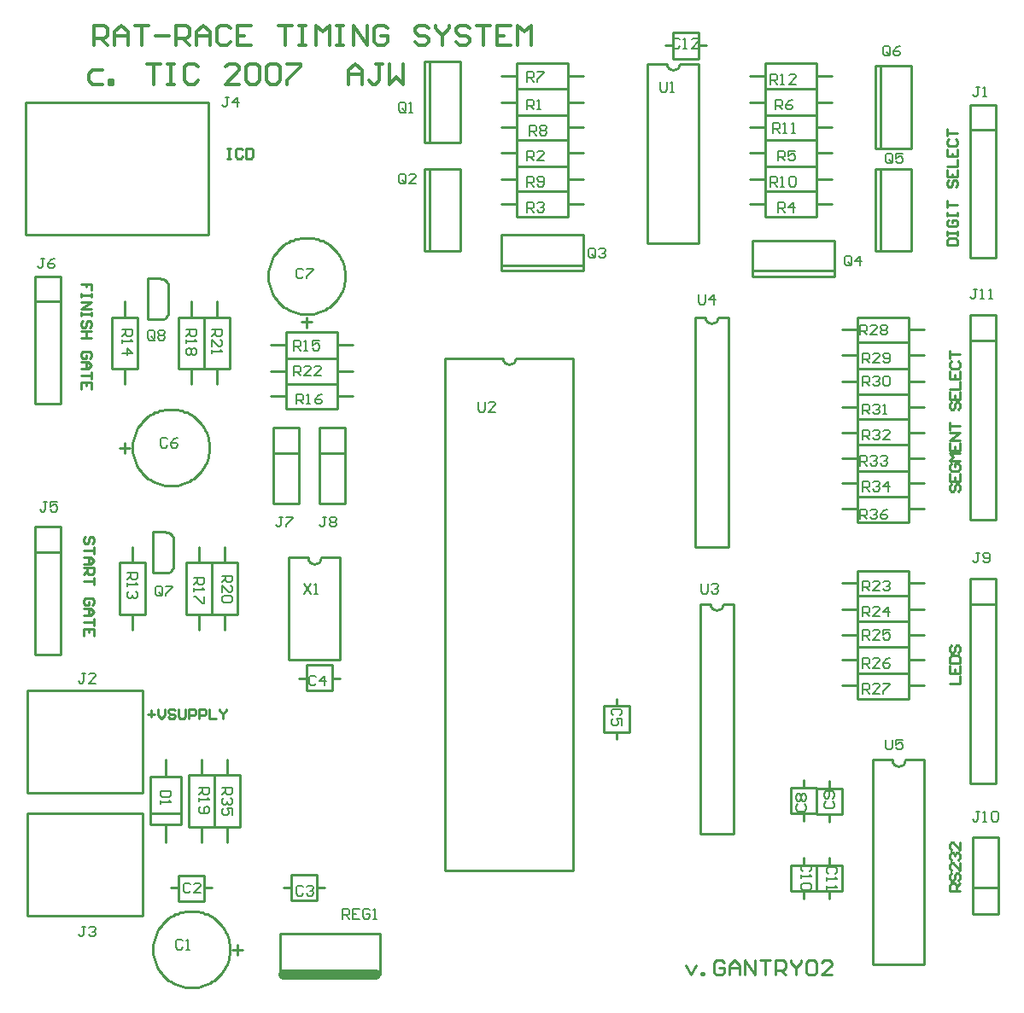
<source format=gto>
%FSLAX23Y23*%
%MOIN*%
G70*
G01*
G75*
%ADD10C,0.040*%
%ADD11C,0.050*%
%ADD12C,0.060*%
%ADD13C,0.059*%
%ADD14R,0.050X0.050*%
%ADD15C,0.071*%
%ADD16C,0.150*%
%ADD17C,0.062*%
%ADD18R,0.062X0.062*%
%ADD19O,0.079X0.098*%
%ADD20R,0.079X0.098*%
%ADD21R,0.063X0.063*%
%ADD22C,0.063*%
%ADD23C,0.098*%
%ADD24R,0.098X0.098*%
%ADD25C,0.010*%
%ADD26C,0.008*%
%ADD27C,0.012*%
D10*
X9545Y5688D02*
X9905D01*
D25*
X11190Y8257D02*
X11192Y8248D01*
X11197Y8240D01*
X11205Y8234D01*
X11215Y8233D01*
X11225Y8234D01*
X11233Y8240D01*
X11238Y8248D01*
X11240Y8257D01*
X9785Y8417D02*
X9785Y8428D01*
X9784Y8437D01*
X9782Y8447D01*
X9780Y8457D01*
X9777Y8467D01*
X9773Y8476D01*
X9769Y8485D01*
X9764Y8494D01*
X9759Y8502D01*
X9753Y8510D01*
X9746Y8518D01*
X9739Y8525D01*
X9732Y8532D01*
X9724Y8538D01*
X9716Y8544D01*
X9707Y8549D01*
X9698Y8554D01*
X9689Y8557D01*
X9679Y8561D01*
X9670Y8563D01*
X9660Y8565D01*
X9650Y8567D01*
X9640Y8567D01*
X9630D01*
X9620Y8567D01*
X9610Y8565D01*
X9600Y8563D01*
X9591Y8561D01*
X9581Y8557D01*
X9572Y8554D01*
X9563Y8549D01*
X9554Y8544D01*
X9546Y8538D01*
X9538Y8532D01*
X9531Y8525D01*
X9524Y8518D01*
X9517Y8510D01*
X9511Y8502D01*
X9506Y8494D01*
X9501Y8485D01*
X9497Y8476D01*
X9493Y8467D01*
X9490Y8457D01*
X9488Y8447D01*
X9486Y8437D01*
X9485Y8428D01*
X9485Y8417D01*
X9485Y8407D01*
X9486Y8398D01*
X9488Y8388D01*
X9490Y8378D01*
X9493Y8368D01*
X9497Y8359D01*
X9501Y8350D01*
X9506Y8341D01*
X9511Y8333D01*
X9517Y8325D01*
X9524Y8317D01*
X9531Y8310D01*
X9538Y8303D01*
X9546Y8297D01*
X9554Y8291D01*
X9563Y8286D01*
X9572Y8281D01*
X9581Y8278D01*
X9591Y8274D01*
X9600Y8272D01*
X9610Y8270D01*
X9620Y8268D01*
X9630Y8268D01*
X9640D01*
X9650Y8268D01*
X9660Y8270D01*
X9670Y8272D01*
X9679Y8274D01*
X9689Y8278D01*
X9698Y8281D01*
X9707Y8286D01*
X9716Y8291D01*
X9724Y8297D01*
X9732Y8303D01*
X9739Y8310D01*
X9746Y8317D01*
X9753Y8325D01*
X9759Y8333D01*
X9764Y8341D01*
X9769Y8350D01*
X9773Y8359D01*
X9777Y8368D01*
X9780Y8378D01*
X9782Y8388D01*
X9784Y8398D01*
X9785Y8407D01*
X9785Y8417D01*
X9255Y7747D02*
X9255Y7758D01*
X9254Y7767D01*
X9252Y7777D01*
X9250Y7787D01*
X9247Y7797D01*
X9243Y7806D01*
X9239Y7815D01*
X9234Y7824D01*
X9229Y7832D01*
X9223Y7840D01*
X9216Y7848D01*
X9209Y7855D01*
X9202Y7862D01*
X9194Y7868D01*
X9186Y7874D01*
X9177Y7879D01*
X9168Y7884D01*
X9159Y7887D01*
X9149Y7891D01*
X9140Y7893D01*
X9130Y7895D01*
X9120Y7897D01*
X9110Y7897D01*
X9100D01*
X9090Y7897D01*
X9080Y7895D01*
X9070Y7893D01*
X9061Y7891D01*
X9051Y7887D01*
X9042Y7884D01*
X9033Y7879D01*
X9024Y7874D01*
X9016Y7868D01*
X9008Y7862D01*
X9001Y7855D01*
X8994Y7848D01*
X8987Y7840D01*
X8981Y7832D01*
X8976Y7824D01*
X8971Y7815D01*
X8967Y7806D01*
X8963Y7797D01*
X8960Y7787D01*
X8958Y7777D01*
X8956Y7767D01*
X8955Y7758D01*
X8955Y7747D01*
X8955Y7737D01*
X8956Y7728D01*
X8958Y7718D01*
X8960Y7708D01*
X8963Y7698D01*
X8967Y7689D01*
X8971Y7680D01*
X8976Y7671D01*
X8981Y7663D01*
X8987Y7655D01*
X8994Y7647D01*
X9001Y7640D01*
X9008Y7633D01*
X9016Y7627D01*
X9024Y7621D01*
X9033Y7616D01*
X9042Y7611D01*
X9051Y7608D01*
X9061Y7604D01*
X9070Y7602D01*
X9080Y7600D01*
X9090Y7598D01*
X9100Y7598D01*
X9110D01*
X9120Y7598D01*
X9130Y7600D01*
X9140Y7602D01*
X9149Y7604D01*
X9159Y7608D01*
X9168Y7611D01*
X9177Y7616D01*
X9186Y7621D01*
X9194Y7627D01*
X9202Y7633D01*
X9209Y7640D01*
X9216Y7647D01*
X9223Y7655D01*
X9229Y7663D01*
X9234Y7671D01*
X9239Y7680D01*
X9243Y7689D01*
X9247Y7698D01*
X9250Y7708D01*
X9252Y7718D01*
X9254Y7728D01*
X9255Y7737D01*
X9255Y7747D01*
X9335Y5787D02*
X9335Y5798D01*
X9334Y5807D01*
X9332Y5817D01*
X9330Y5827D01*
X9327Y5837D01*
X9323Y5846D01*
X9319Y5855D01*
X9314Y5864D01*
X9309Y5872D01*
X9303Y5880D01*
X9296Y5888D01*
X9289Y5895D01*
X9282Y5902D01*
X9274Y5908D01*
X9266Y5914D01*
X9257Y5919D01*
X9248Y5924D01*
X9239Y5927D01*
X9229Y5931D01*
X9220Y5933D01*
X9210Y5935D01*
X9200Y5937D01*
X9190Y5937D01*
X9180D01*
X9170Y5937D01*
X9160Y5935D01*
X9150Y5933D01*
X9141Y5931D01*
X9131Y5927D01*
X9122Y5924D01*
X9113Y5919D01*
X9104Y5914D01*
X9096Y5908D01*
X9088Y5902D01*
X9081Y5895D01*
X9074Y5888D01*
X9067Y5880D01*
X9061Y5872D01*
X9056Y5864D01*
X9051Y5855D01*
X9047Y5846D01*
X9043Y5837D01*
X9040Y5827D01*
X9038Y5817D01*
X9036Y5807D01*
X9035Y5798D01*
X9035Y5787D01*
X9035Y5777D01*
X9036Y5768D01*
X9038Y5758D01*
X9040Y5748D01*
X9043Y5738D01*
X9047Y5729D01*
X9051Y5720D01*
X9056Y5711D01*
X9061Y5703D01*
X9067Y5695D01*
X9074Y5687D01*
X9081Y5680D01*
X9088Y5673D01*
X9096Y5667D01*
X9104Y5661D01*
X9113Y5656D01*
X9122Y5651D01*
X9131Y5648D01*
X9141Y5644D01*
X9150Y5642D01*
X9160Y5640D01*
X9170Y5638D01*
X9180Y5638D01*
X9190D01*
X9200Y5638D01*
X9210Y5640D01*
X9220Y5642D01*
X9229Y5644D01*
X9239Y5648D01*
X9248Y5651D01*
X9257Y5656D01*
X9266Y5661D01*
X9274Y5667D01*
X9282Y5673D01*
X9289Y5680D01*
X9296Y5687D01*
X9303Y5695D01*
X9309Y5703D01*
X9314Y5711D01*
X9319Y5720D01*
X9323Y5729D01*
X9327Y5738D01*
X9330Y5748D01*
X9332Y5758D01*
X9334Y5768D01*
X9335Y5777D01*
X9335Y5787D01*
X11040Y9247D02*
X11042Y9238D01*
X11048Y9230D01*
X11056Y9224D01*
X11065Y9222D01*
X11075Y9224D01*
X11083Y9230D01*
X11088Y9238D01*
X11090Y9247D01*
X10400Y8097D02*
X10402Y8088D01*
X10407Y8080D01*
X10415Y8074D01*
X10425Y8073D01*
X10435Y8074D01*
X10443Y8080D01*
X10448Y8088D01*
X10450Y8097D01*
X11210Y7137D02*
X11212Y7128D01*
X11217Y7120D01*
X11225Y7114D01*
X11235Y7113D01*
X11245Y7114D01*
X11253Y7120D01*
X11258Y7128D01*
X11260Y7137D01*
X9640Y7318D02*
X9642Y7308D01*
X9647Y7300D01*
X9655Y7294D01*
X9665Y7293D01*
X9675Y7294D01*
X9683Y7300D01*
X9688Y7308D01*
X9690Y7318D01*
X11920Y6528D02*
X11922Y6518D01*
X11928Y6510D01*
X11936Y6505D01*
X11945Y6503D01*
X11955Y6505D01*
X11963Y6510D01*
X11968Y6518D01*
X11970Y6528D01*
X9085Y7258D02*
X9094Y7259D01*
X9103Y7263D01*
X9109Y7270D01*
X9114Y7278D01*
X9115Y7287D01*
X9114Y7387D02*
X9113Y7397D01*
X9109Y7405D01*
X9102Y7411D01*
X9094Y7415D01*
X9085Y7417D01*
X9094Y8377D02*
X9093Y8387D01*
X9089Y8395D01*
X9082Y8401D01*
X9074Y8405D01*
X9065Y8407D01*
Y8248D02*
X9074Y8249D01*
X9083Y8253D01*
X9089Y8260D01*
X9094Y8268D01*
X9095Y8278D01*
X11150Y7358D02*
Y8257D01*
Y7358D02*
X11280D01*
Y8257D01*
X11240D02*
X11280D01*
X11150D02*
X11190D01*
X9675Y6028D02*
X9705D01*
X9545D02*
X9575D01*
X9675Y5978D02*
Y6028D01*
X9575Y5978D02*
X9675D01*
X9575D02*
Y6078D01*
X9675D01*
Y6028D02*
Y6078D01*
X11675Y5987D02*
Y6017D01*
Y6117D02*
Y6147D01*
X11625Y6017D02*
X11675D01*
X11625D02*
Y6117D01*
X11725D01*
Y6017D02*
Y6117D01*
X11675Y6017D02*
X11725D01*
X11575Y5987D02*
Y6017D01*
Y6117D02*
Y6147D01*
X11525Y6017D02*
X11575D01*
X11525D02*
Y6117D01*
X11625D01*
Y6017D02*
Y6117D01*
X11575Y6017D02*
X11625D01*
X11675Y6287D02*
Y6317D01*
Y6417D02*
Y6447D01*
X11625Y6317D02*
X11675D01*
X11625D02*
Y6417D01*
X11725D01*
Y6317D02*
Y6417D01*
X11675Y6317D02*
X11725D01*
X11575Y6418D02*
Y6448D01*
Y6288D02*
Y6318D01*
Y6418D02*
X11625D01*
Y6318D02*
Y6418D01*
X11525Y6318D02*
X11625D01*
X11525D02*
Y6418D01*
X11575D01*
X10845Y6608D02*
Y6637D01*
Y6738D02*
Y6767D01*
X10795Y6637D02*
X10845D01*
X10795D02*
Y6738D01*
X10895D01*
Y6637D02*
Y6738D01*
X10845Y6637D02*
X10895D01*
X9635Y8217D02*
Y8257D01*
X9615Y8238D02*
X9655D01*
X8575Y7918D02*
Y8417D01*
Y7918D02*
X8675D01*
Y8417D01*
X8575D02*
X8675D01*
X8575Y8318D02*
X8675D01*
X9685Y7528D02*
Y7827D01*
Y7528D02*
X9785D01*
Y7827D01*
X9685D02*
X9785D01*
X9685Y7727D02*
X9785D01*
X8905Y7747D02*
X8945D01*
X8925Y7727D02*
Y7767D01*
X9735Y6847D02*
X9765D01*
X9605D02*
X9635D01*
X9735Y6798D02*
Y6847D01*
X9635Y6798D02*
X9735D01*
X9635D02*
Y6898D01*
X9735D01*
Y6847D02*
Y6898D01*
X12335Y5927D02*
Y6227D01*
X12235D02*
X12335D01*
X12235Y5927D02*
Y6227D01*
Y5927D02*
X12335D01*
X12235Y6028D02*
X12335D01*
X9345Y5787D02*
X9385D01*
X9365Y5767D02*
Y5807D01*
X9135Y5977D02*
Y6028D01*
Y5977D02*
X9235D01*
Y6077D01*
X9135D02*
X9235D01*
X9135Y6028D02*
Y6077D01*
X9235Y6028D02*
X9265D01*
X9105D02*
X9135D01*
X12225Y8988D02*
X12325D01*
X12225Y9087D02*
X12325D01*
Y8488D02*
Y9087D01*
X12225Y8488D02*
X12325D01*
X12225D02*
Y9087D01*
X9251Y8578D02*
Y9097D01*
X8538D02*
X9251D01*
X8538Y8578D02*
X9251D01*
X8538D02*
Y9097D01*
X8575Y6938D02*
Y7438D01*
Y6938D02*
X8675D01*
Y7438D01*
X8575D02*
X8675D01*
X8575Y7338D02*
X8675D01*
X9505Y7727D02*
X9605D01*
X9505Y7827D02*
X9605D01*
Y7528D02*
Y7827D01*
X9505Y7528D02*
X9605D01*
X9505D02*
Y7827D01*
X9530Y5848D02*
X9920D01*
X9530Y5688D02*
Y5848D01*
X9920Y5688D02*
Y5848D01*
X10965Y8547D02*
Y9247D01*
Y8547D02*
X11165D01*
Y9247D01*
X11090D02*
X11165D01*
X10965D02*
X11040D01*
X10175Y8097D02*
X10400D01*
X10450D02*
X10675D01*
Y6097D02*
Y8097D01*
X10175Y6097D02*
X10675D01*
X10175D02*
Y8097D01*
X11170Y6238D02*
Y7137D01*
Y6238D02*
X11300D01*
Y7137D01*
X11260D02*
X11300D01*
X11170D02*
X11210D01*
X9565Y7318D02*
X9640D01*
X9690D02*
X9765D01*
Y6918D02*
Y7318D01*
X9565Y6918D02*
X9765D01*
X9565D02*
Y7318D01*
X12225Y7467D02*
Y8267D01*
Y7467D02*
X12325D01*
Y8267D01*
X12225D02*
X12325D01*
X12225Y8167D02*
X12325D01*
X11845Y5728D02*
Y6528D01*
Y5728D02*
X12045D01*
Y6528D01*
X11970D02*
X12045D01*
X11845D02*
X11920D01*
X9035Y7258D02*
X9085D01*
X9035Y7418D02*
X9084D01*
X9035Y7258D02*
Y7418D01*
X9115Y7287D02*
Y7387D01*
X9095Y8278D02*
Y8377D01*
X9015Y8248D02*
Y8408D01*
X9064D01*
X9015Y8248D02*
X9065D01*
X10395Y9097D02*
X10455D01*
X10655D02*
Y9148D01*
X10455D02*
X10655D01*
X10455Y9047D02*
Y9148D01*
Y9047D02*
X10655D01*
Y9097D01*
X10715D01*
X10655Y8898D02*
X10715D01*
X10655Y8847D02*
Y8898D01*
X10455Y8847D02*
X10655D01*
X10455D02*
Y8948D01*
X10655D01*
Y8898D02*
Y8948D01*
X10395Y8898D02*
X10455D01*
X10395Y8698D02*
X10455D01*
X10655D02*
Y8748D01*
X10455D02*
X10655D01*
X10455Y8648D02*
Y8748D01*
Y8648D02*
X10655D01*
Y8698D01*
X10715D01*
X11365Y8698D02*
X11425D01*
Y8748D01*
X11625D01*
Y8648D02*
Y8748D01*
X11425Y8648D02*
X11625D01*
X11425D02*
Y8698D01*
X11625D02*
X11685D01*
X11625Y8898D02*
X11685D01*
X11425Y8847D02*
Y8898D01*
Y8847D02*
X11625D01*
Y8948D01*
X11425D02*
X11625D01*
X11425Y8898D02*
Y8948D01*
X11365Y8898D02*
X11425D01*
X11365Y9097D02*
X11425D01*
Y9148D01*
X11625D01*
Y9047D02*
Y9148D01*
X11425Y9047D02*
X11625D01*
X11425D02*
Y9097D01*
X11625D02*
X11685D01*
X10655Y9198D02*
X10715D01*
X10455Y9148D02*
Y9198D01*
Y9148D02*
X10655D01*
Y9248D01*
X10455D02*
X10655D01*
X10455Y9198D02*
Y9248D01*
X10395Y9198D02*
X10455D01*
X10395Y8998D02*
X10455D01*
Y9047D01*
X10655D01*
Y8948D02*
Y9047D01*
X10455Y8948D02*
X10655D01*
X10455D02*
Y8998D01*
X10655D02*
X10715D01*
X10655Y8797D02*
X10715D01*
X10455Y8748D02*
Y8797D01*
Y8748D02*
X10655D01*
Y8847D01*
X10455D02*
X10655D01*
X10455Y8797D02*
Y8847D01*
X10395Y8797D02*
X10455D01*
X11625Y8797D02*
X11685D01*
X11625Y8748D02*
Y8797D01*
X11425Y8748D02*
X11625D01*
X11425D02*
Y8847D01*
X11625D01*
Y8797D02*
Y8847D01*
X11365Y8797D02*
X11425D01*
X11365Y8998D02*
X11425D01*
X11625D02*
Y9047D01*
X11425D02*
X11625D01*
X11425Y8948D02*
Y9047D01*
Y8948D02*
X11625D01*
Y8998D01*
X11685D01*
X11625Y9198D02*
X11685D01*
X11625Y9148D02*
Y9198D01*
X11425Y9148D02*
X11625D01*
X11425D02*
Y9248D01*
X11625D01*
Y9198D02*
Y9248D01*
X11365Y9198D02*
X11425D01*
X8955Y7037D02*
Y7097D01*
X8905Y7298D02*
X8955D01*
X8905Y7097D02*
Y7298D01*
Y7097D02*
X9005D01*
Y7298D01*
X8955D02*
X9005D01*
X8955D02*
Y7358D01*
X8925Y7997D02*
Y8057D01*
X8875D02*
X8925D01*
X8875D02*
Y8257D01*
X8975D01*
Y8057D02*
Y8257D01*
X8925Y8057D02*
X8975D01*
X8925Y8257D02*
Y8318D01*
X9755Y8148D02*
X9815D01*
X9555Y8097D02*
Y8148D01*
Y8097D02*
X9755D01*
Y8198D01*
X9555D02*
X9755D01*
X9555Y8148D02*
Y8198D01*
X9495Y8148D02*
X9555D01*
X9495Y7948D02*
X9555D01*
Y7997D01*
X9755D01*
Y7898D02*
Y7997D01*
X9555Y7898D02*
X9755D01*
X9555D02*
Y7948D01*
X9755D02*
X9815D01*
X9215Y7037D02*
Y7097D01*
X9165Y7298D02*
X9215D01*
X9165Y7097D02*
Y7298D01*
Y7097D02*
X9265D01*
Y7298D01*
X9215D02*
X9265D01*
X9215D02*
Y7358D01*
X9185Y8257D02*
Y8318D01*
Y8257D02*
X9235D01*
Y8057D02*
Y8257D01*
X9135Y8057D02*
X9235D01*
X9135D02*
Y8257D01*
X9185D01*
Y7997D02*
Y8057D01*
X9225Y6468D02*
Y6528D01*
Y6267D02*
X9275D01*
Y6468D01*
X9175D02*
X9275D01*
X9175Y6267D02*
Y6468D01*
Y6267D02*
X9225D01*
Y6207D02*
Y6267D01*
X9315Y7298D02*
Y7358D01*
Y7298D02*
X9365D01*
Y7097D02*
Y7298D01*
X9265Y7097D02*
X9365D01*
X9265D02*
Y7298D01*
X9315D01*
Y7037D02*
Y7097D01*
X9285Y7997D02*
Y8057D01*
X9235Y8257D02*
X9285D01*
X9235Y8057D02*
Y8257D01*
Y8057D02*
X9335D01*
Y8257D01*
X9285D02*
X9335D01*
X9285D02*
Y8318D01*
X9755Y8047D02*
X9815D01*
X9755Y7997D02*
Y8047D01*
X9555Y7997D02*
X9755D01*
X9555D02*
Y8097D01*
X9755D01*
Y8047D02*
Y8097D01*
X9495Y8047D02*
X9555D01*
X11985Y7218D02*
X12045D01*
X11785Y7168D02*
Y7218D01*
Y7168D02*
X11985D01*
Y7267D01*
X11785D02*
X11985D01*
X11785Y7218D02*
Y7267D01*
X11725Y7218D02*
X11785D01*
X11725Y7117D02*
X11785D01*
Y7168D01*
X11985D01*
Y7068D02*
Y7168D01*
X11785Y7068D02*
X11985D01*
X11785D02*
Y7117D01*
X11985D02*
X12045D01*
X11985Y7017D02*
X12045D01*
X11785Y6968D02*
Y7017D01*
Y6968D02*
X11985D01*
Y7068D01*
X11785D02*
X11985D01*
X11785Y7017D02*
Y7068D01*
X11725Y7017D02*
X11785D01*
X11725Y6918D02*
X11785D01*
Y6968D01*
X11985D01*
Y6867D02*
Y6968D01*
X11785Y6867D02*
X11985D01*
X11785D02*
Y6918D01*
X11985D02*
X12045D01*
X11985Y6818D02*
X12045D01*
X11785Y6767D02*
Y6818D01*
Y6767D02*
X11985D01*
Y6867D01*
X11785D02*
X11985D01*
X11785Y6818D02*
Y6867D01*
X11725Y6818D02*
X11785D01*
X11725Y8208D02*
X11785D01*
Y8257D01*
X11985D01*
Y8158D02*
Y8257D01*
X11785Y8158D02*
X11985D01*
X11785D02*
Y8208D01*
X11985D02*
X12045D01*
X11985Y8108D02*
X12045D01*
X11785Y8057D02*
Y8108D01*
Y8057D02*
X11985D01*
Y8158D01*
X11785D02*
X11985D01*
X11785Y8108D02*
Y8158D01*
X11725Y8108D02*
X11785D01*
X11725Y8007D02*
X11785D01*
Y8057D01*
X11985D01*
Y7957D02*
Y8057D01*
X11785Y7957D02*
X11985D01*
X11785D02*
Y8007D01*
X11985D02*
X12045D01*
X11985Y7907D02*
X12045D01*
X11785Y7858D02*
Y7907D01*
Y7858D02*
X11985D01*
Y7957D01*
X11785D02*
X11985D01*
X11785Y7907D02*
Y7957D01*
X11725Y7907D02*
X11785D01*
X11725Y7807D02*
X11785D01*
Y7858D01*
X11985D01*
Y7758D02*
Y7858D01*
X11785Y7758D02*
X11985D01*
X11785D02*
Y7807D01*
X11985D02*
X12045D01*
X11985Y7707D02*
X12045D01*
X11785Y7657D02*
Y7707D01*
Y7657D02*
X11985D01*
Y7758D01*
X11785D02*
X11985D01*
X11785Y7707D02*
Y7758D01*
X11725Y7707D02*
X11785D01*
X11725Y7608D02*
X11785D01*
Y7657D01*
X11985D01*
Y7557D02*
Y7657D01*
X11785Y7557D02*
X11985D01*
X11785D02*
Y7608D01*
X11985D02*
X12045D01*
X9325Y6207D02*
Y6267D01*
X9275Y6468D02*
X9325D01*
X9275Y6267D02*
Y6468D01*
Y6267D02*
X9375D01*
Y6468D01*
X9325D02*
X9375D01*
X9325D02*
Y6528D01*
X11725Y7508D02*
X11785D01*
Y7557D01*
X11985D01*
Y7457D02*
Y7557D01*
X11785Y7457D02*
X11985D01*
X11785D02*
Y7508D01*
X11985D02*
X12045D01*
X10395Y8438D02*
Y8458D01*
Y8438D02*
X10715D01*
Y8477D01*
Y8458D02*
Y8477D01*
X10395Y8458D02*
X10715D01*
X10395D02*
Y8477D01*
Y8578D01*
X10715D01*
Y8557D02*
Y8578D01*
Y8477D02*
Y8557D01*
X11695Y8458D02*
Y8538D01*
Y8557D01*
X11375D02*
X11695D01*
X11375Y8458D02*
Y8557D01*
Y8438D02*
Y8458D01*
Y8438D02*
X11695D01*
Y8458D01*
Y8417D02*
Y8458D01*
X11375Y8417D02*
X11695D01*
X11375D02*
Y8438D01*
X11855Y8837D02*
X11875D01*
X11855Y8517D02*
Y8837D01*
Y8517D02*
X11895D01*
X11875D02*
X11895D01*
X11875D02*
Y8837D01*
X11895D01*
X11995D01*
Y8517D02*
Y8837D01*
X11975Y8517D02*
X11995D01*
X11895D02*
X11975D01*
X11895Y8917D02*
X11975D01*
X11995D01*
Y9238D01*
X11895D02*
X11995D01*
X11875D02*
X11895D01*
X11875Y8917D02*
Y9238D01*
Y8917D02*
X11895D01*
X11855D02*
X11895D01*
X11855D02*
Y9238D01*
X11875D01*
X9085Y6207D02*
Y6274D01*
Y6461D02*
Y6528D01*
X9145Y6274D02*
Y6461D01*
X9025Y6274D02*
Y6461D01*
Y6274D02*
X9145D01*
X9025Y6461D02*
X9145D01*
X9025Y6318D02*
X9145D01*
X8994Y6398D02*
Y6798D01*
X8545Y6398D02*
X8994D01*
X8545D02*
Y6798D01*
X8994D01*
X8545Y6318D02*
X8994D01*
X8545Y5918D02*
Y6318D01*
Y5918D02*
X8994D01*
X8994D02*
Y6318D01*
X11035Y9318D02*
X11065D01*
X11165D02*
X11195D01*
X11065D02*
Y9368D01*
X11165D01*
Y9267D02*
Y9368D01*
X11065Y9267D02*
X11165D01*
X11065D02*
Y9318D01*
X10095Y9257D02*
X10115D01*
X10095Y8938D02*
Y9257D01*
Y8938D02*
X10135D01*
X10115D02*
X10135D01*
X10115D02*
Y9257D01*
X10135D01*
X10235D01*
Y8938D02*
Y9257D01*
X10215Y8938D02*
X10235D01*
X10135D02*
X10215D01*
X10095Y8837D02*
X10115D01*
X10095Y8517D02*
Y8837D01*
Y8517D02*
X10135D01*
X10115D02*
X10135D01*
X10115D02*
Y8837D01*
X10135D01*
X10235D01*
Y8517D02*
Y8837D01*
X10215Y8517D02*
X10235D01*
X10135D02*
X10215D01*
X12225Y6437D02*
Y7237D01*
Y6437D02*
X12325D01*
Y7237D01*
X12225D02*
X12325D01*
X12225Y7137D02*
X12325D01*
X11115Y5727D02*
X11135Y5688D01*
X11155Y5727D01*
X11175Y5688D02*
Y5697D01*
X11185D01*
Y5688D01*
X11175D01*
X11265Y5737D02*
X11255Y5747D01*
X11235D01*
X11225Y5737D01*
Y5697D01*
X11235Y5688D01*
X11255D01*
X11265Y5697D01*
Y5717D01*
X11245D01*
X11285Y5688D02*
Y5727D01*
X11305Y5747D01*
X11325Y5727D01*
Y5688D01*
Y5717D01*
X11285D01*
X11345Y5688D02*
Y5747D01*
X11385Y5688D01*
Y5747D01*
X11405D02*
X11445D01*
X11425D01*
Y5688D01*
X11465D02*
Y5747D01*
X11495D01*
X11505Y5737D01*
Y5717D01*
X11495Y5707D01*
X11465D01*
X11485D02*
X11505Y5688D01*
X11525Y5747D02*
Y5737D01*
X11545Y5717D01*
X11565Y5737D01*
Y5747D01*
X11545Y5717D02*
Y5688D01*
X11585Y5737D02*
X11595Y5747D01*
X11615D01*
X11625Y5737D01*
Y5697D01*
X11615Y5688D01*
X11595D01*
X11585Y5697D01*
Y5737D01*
X11685Y5688D02*
X11645D01*
X11685Y5727D01*
Y5737D01*
X11675Y5747D01*
X11655D01*
X11645Y5737D01*
X8795Y8361D02*
Y8387D01*
X8775D01*
Y8374D01*
Y8387D01*
X8755D01*
X8795Y8348D02*
Y8334D01*
Y8341D01*
X8755D01*
Y8348D01*
Y8334D01*
Y8314D02*
X8795D01*
X8755Y8288D01*
X8795D01*
Y8274D02*
Y8261D01*
Y8268D01*
X8755D01*
Y8274D01*
Y8261D01*
X8788Y8214D02*
X8795Y8221D01*
Y8234D01*
X8788Y8241D01*
X8782D01*
X8775Y8234D01*
Y8221D01*
X8768Y8214D01*
X8762D01*
X8755Y8221D01*
Y8234D01*
X8762Y8241D01*
X8795Y8201D02*
X8755D01*
X8775D01*
Y8174D01*
X8795D01*
X8755D01*
X8788Y8094D02*
X8795Y8101D01*
Y8114D01*
X8788Y8121D01*
X8762D01*
X8755Y8114D01*
Y8101D01*
X8762Y8094D01*
X8775D01*
Y8108D01*
X8755Y8081D02*
X8782D01*
X8795Y8068D01*
X8782Y8054D01*
X8755D01*
X8775D01*
Y8081D01*
X8795Y8041D02*
Y8014D01*
Y8028D01*
X8755D01*
X8795Y7974D02*
Y8001D01*
X8755D01*
Y7974D01*
X8775Y8001D02*
Y7988D01*
X8798Y7371D02*
X8805Y7378D01*
Y7391D01*
X8798Y7398D01*
X8792D01*
X8785Y7391D01*
Y7378D01*
X8778Y7371D01*
X8772D01*
X8765Y7378D01*
Y7391D01*
X8772Y7398D01*
X8805Y7358D02*
Y7331D01*
Y7344D01*
X8765D01*
Y7318D02*
X8792D01*
X8805Y7304D01*
X8792Y7291D01*
X8765D01*
X8785D01*
Y7318D01*
X8765Y7278D02*
X8805D01*
Y7258D01*
X8798Y7251D01*
X8785D01*
X8778Y7258D01*
Y7278D01*
Y7264D02*
X8765Y7251D01*
X8805Y7238D02*
Y7211D01*
Y7224D01*
X8765D01*
X8798Y7131D02*
X8805Y7138D01*
Y7151D01*
X8798Y7158D01*
X8772D01*
X8765Y7151D01*
Y7138D01*
X8772Y7131D01*
X8785D01*
Y7144D01*
X8765Y7118D02*
X8792D01*
X8805Y7104D01*
X8792Y7091D01*
X8765D01*
X8785D01*
Y7118D01*
X8805Y7078D02*
Y7051D01*
Y7064D01*
X8765D01*
X8805Y7011D02*
Y7038D01*
X8765D01*
Y7011D01*
X8785Y7038D02*
Y7024D01*
X12135Y8538D02*
X12175D01*
Y8557D01*
X12168Y8564D01*
X12142D01*
X12135Y8557D01*
Y8538D01*
Y8577D02*
Y8591D01*
Y8584D01*
X12175D01*
Y8577D01*
Y8591D01*
X12142Y8637D02*
X12135Y8631D01*
Y8617D01*
X12142Y8611D01*
X12168D01*
X12175Y8617D01*
Y8631D01*
X12168Y8637D01*
X12155D01*
Y8624D01*
X12135Y8651D02*
Y8664D01*
Y8657D01*
X12175D01*
Y8651D01*
Y8664D01*
X12135Y8684D02*
Y8711D01*
Y8697D01*
X12175D01*
X12142Y8791D02*
X12135Y8784D01*
Y8771D01*
X12142Y8764D01*
X12148D01*
X12155Y8771D01*
Y8784D01*
X12162Y8791D01*
X12168D01*
X12175Y8784D01*
Y8771D01*
X12168Y8764D01*
X12135Y8831D02*
Y8804D01*
X12175D01*
Y8831D01*
X12155Y8804D02*
Y8817D01*
X12135Y8844D02*
X12175D01*
Y8871D01*
X12135Y8911D02*
Y8884D01*
X12175D01*
Y8911D01*
X12155Y8884D02*
Y8897D01*
X12142Y8951D02*
X12135Y8944D01*
Y8931D01*
X12142Y8924D01*
X12168D01*
X12175Y8931D01*
Y8944D01*
X12168Y8951D01*
X12135Y8964D02*
Y8991D01*
Y8977D01*
X12175D01*
X12152Y7604D02*
X12145Y7597D01*
Y7584D01*
X12152Y7577D01*
X12158D01*
X12165Y7584D01*
Y7597D01*
X12172Y7604D01*
X12178D01*
X12185Y7597D01*
Y7584D01*
X12178Y7577D01*
X12145Y7644D02*
Y7617D01*
X12185D01*
Y7644D01*
X12165Y7617D02*
Y7631D01*
X12152Y7684D02*
X12145Y7677D01*
Y7664D01*
X12152Y7657D01*
X12178D01*
X12185Y7664D01*
Y7677D01*
X12178Y7684D01*
X12165D01*
Y7671D01*
X12185Y7697D02*
X12145D01*
X12158Y7711D01*
X12145Y7724D01*
X12185D01*
X12145Y7764D02*
Y7737D01*
X12185D01*
Y7764D01*
X12165Y7737D02*
Y7751D01*
X12185Y7777D02*
X12145D01*
X12185Y7804D01*
X12145D01*
Y7817D02*
Y7844D01*
Y7831D01*
X12185D01*
X12152Y7924D02*
X12145Y7917D01*
Y7904D01*
X12152Y7897D01*
X12158D01*
X12165Y7904D01*
Y7917D01*
X12172Y7924D01*
X12178D01*
X12185Y7917D01*
Y7904D01*
X12178Y7897D01*
X12145Y7964D02*
Y7937D01*
X12185D01*
Y7964D01*
X12165Y7937D02*
Y7951D01*
X12145Y7977D02*
X12185D01*
Y8004D01*
X12145Y8044D02*
Y8017D01*
X12185D01*
Y8044D01*
X12165Y8017D02*
Y8031D01*
X12152Y8084D02*
X12145Y8077D01*
Y8064D01*
X12152Y8057D01*
X12178D01*
X12185Y8064D01*
Y8077D01*
X12178Y8084D01*
X12145Y8097D02*
Y8124D01*
Y8111D01*
X12185D01*
X12145Y6827D02*
X12185D01*
Y6854D01*
X12145Y6894D02*
Y6867D01*
X12185D01*
Y6894D01*
X12165Y6867D02*
Y6881D01*
X12145Y6907D02*
X12185D01*
Y6927D01*
X12178Y6934D01*
X12152D01*
X12145Y6927D01*
Y6907D01*
X12152Y6974D02*
X12145Y6967D01*
Y6954D01*
X12152Y6947D01*
X12158D01*
X12165Y6954D01*
Y6967D01*
X12172Y6974D01*
X12178D01*
X12185Y6967D01*
Y6954D01*
X12178Y6947D01*
X12185Y6017D02*
X12145D01*
Y6037D01*
X12152Y6044D01*
X12165D01*
X12172Y6037D01*
Y6017D01*
Y6031D02*
X12185Y6044D01*
X12152Y6084D02*
X12145Y6077D01*
Y6064D01*
X12152Y6057D01*
X12158D01*
X12165Y6064D01*
Y6077D01*
X12172Y6084D01*
X12178D01*
X12185Y6077D01*
Y6064D01*
X12178Y6057D01*
X12185Y6124D02*
Y6097D01*
X12158Y6124D01*
X12152D01*
X12145Y6117D01*
Y6104D01*
X12152Y6097D01*
Y6137D02*
X12145Y6144D01*
Y6157D01*
X12152Y6164D01*
X12158D01*
X12165Y6157D01*
Y6151D01*
Y6157D01*
X12172Y6164D01*
X12178D01*
X12185Y6157D01*
Y6144D01*
X12178Y6137D01*
X12185Y6204D02*
Y6177D01*
X12158Y6204D01*
X12152D01*
X12145Y6197D01*
Y6184D01*
X12152Y6177D01*
X9015Y6707D02*
X9042D01*
X9028Y6721D02*
Y6694D01*
X9055Y6727D02*
Y6701D01*
X9068Y6688D01*
X9082Y6701D01*
Y6727D01*
X9122Y6721D02*
X9115Y6727D01*
X9102D01*
X9095Y6721D01*
Y6714D01*
X9102Y6707D01*
X9115D01*
X9122Y6701D01*
Y6694D01*
X9115Y6688D01*
X9102D01*
X9095Y6694D01*
X9135Y6727D02*
Y6694D01*
X9142Y6688D01*
X9155D01*
X9162Y6694D01*
Y6727D01*
X9175Y6688D02*
Y6727D01*
X9195D01*
X9202Y6721D01*
Y6707D01*
X9195Y6701D01*
X9175D01*
X9215Y6688D02*
Y6727D01*
X9235D01*
X9242Y6721D01*
Y6707D01*
X9235Y6701D01*
X9215D01*
X9255Y6727D02*
Y6688D01*
X9282D01*
X9295Y6727D02*
Y6721D01*
X9308Y6707D01*
X9322Y6721D01*
Y6727D01*
X9308Y6707D02*
Y6688D01*
X9325Y8917D02*
X9338D01*
X9332D01*
Y8877D01*
X9325D01*
X9338D01*
X9385Y8911D02*
X9378Y8917D01*
X9365D01*
X9358Y8911D01*
Y8884D01*
X9365Y8877D01*
X9378D01*
X9385Y8884D01*
X9398Y8917D02*
Y8877D01*
X9418D01*
X9425Y8884D01*
Y8911D01*
X9418Y8917D01*
X9398D01*
D26*
X9622Y6031D02*
X9615Y6037D01*
X9602D01*
X9595Y6031D01*
Y6004D01*
X9602Y5997D01*
X9615D01*
X9622Y6004D01*
X9635Y6031D02*
X9642Y6037D01*
X9655D01*
X9662Y6031D01*
Y6024D01*
X9655Y6017D01*
X9648D01*
X9655D01*
X9662Y6011D01*
Y6004D01*
X9655Y5997D01*
X9642D01*
X9635Y6004D01*
X11895Y6607D02*
Y6574D01*
X11902Y6568D01*
X11915D01*
X11922Y6574D01*
Y6607D01*
X11962D02*
X11935D01*
Y6587D01*
X11948Y6594D01*
X11955D01*
X11962Y6587D01*
Y6574D01*
X11955Y6568D01*
X11942D01*
X11935Y6574D01*
X11552Y6354D02*
X11545Y6347D01*
Y6334D01*
X11552Y6327D01*
X11578D01*
X11585Y6334D01*
Y6347D01*
X11578Y6354D01*
X11552Y6367D02*
X11545Y6374D01*
Y6387D01*
X11552Y6394D01*
X11558D01*
X11565Y6387D01*
X11572Y6394D01*
X11578D01*
X11585Y6387D01*
Y6374D01*
X11578Y6367D01*
X11572D01*
X11565Y6374D01*
X11558Y6367D01*
X11552D01*
X11565Y6374D02*
Y6387D01*
X11698Y6081D02*
X11705Y6088D01*
Y6101D01*
X11698Y6108D01*
X11672D01*
X11665Y6101D01*
Y6088D01*
X11672Y6081D01*
X11665Y6068D02*
Y6054D01*
Y6061D01*
X11705D01*
X11698Y6068D01*
X11665Y6034D02*
Y6021D01*
Y6028D01*
X11705D01*
X11698Y6034D01*
X11598Y6091D02*
X11605Y6098D01*
Y6111D01*
X11598Y6117D01*
X11572D01*
X11565Y6111D01*
Y6098D01*
X11572Y6091D01*
X11565Y6078D02*
Y6064D01*
Y6071D01*
X11605D01*
X11598Y6078D01*
Y6044D02*
X11605Y6038D01*
Y6024D01*
X11598Y6018D01*
X11572D01*
X11565Y6024D01*
Y6038D01*
X11572Y6044D01*
X11598D01*
X11662Y6364D02*
X11655Y6357D01*
Y6344D01*
X11662Y6338D01*
X11688D01*
X11695Y6344D01*
Y6357D01*
X11688Y6364D01*
Y6377D02*
X11695Y6384D01*
Y6397D01*
X11688Y6404D01*
X11662D01*
X11655Y6397D01*
Y6384D01*
X11662Y6377D01*
X11668D01*
X11675Y6384D01*
Y6404D01*
X12252Y8367D02*
X12238D01*
X12245D01*
Y8334D01*
X12238Y8328D01*
X12232D01*
X12225Y8334D01*
X12265Y8328D02*
X12278D01*
X12272D01*
Y8367D01*
X12265Y8361D01*
X12298Y8328D02*
X12312D01*
X12305D01*
Y8367D01*
X12298Y8361D01*
X9625Y7217D02*
X9652Y7177D01*
Y7217D02*
X9625Y7177D01*
X9665D02*
X9678D01*
X9672D01*
Y7217D01*
X9665Y7211D01*
X11165Y8347D02*
Y8314D01*
X11172Y8307D01*
X11185D01*
X11192Y8314D01*
Y8347D01*
X11225Y8307D02*
Y8347D01*
X11205Y8327D01*
X11232D01*
X11175Y7217D02*
Y7184D01*
X11182Y7177D01*
X11195D01*
X11202Y7184D01*
Y7217D01*
X11215Y7211D02*
X11222Y7217D01*
X11235D01*
X11242Y7211D01*
Y7204D01*
X11235Y7197D01*
X11228D01*
X11235D01*
X11242Y7191D01*
Y7184D01*
X11235Y7177D01*
X11222D01*
X11215Y7184D01*
X10305Y7927D02*
Y7894D01*
X10312Y7887D01*
X10325D01*
X10332Y7894D01*
Y7927D01*
X10372Y7887D02*
X10345D01*
X10372Y7914D01*
Y7921D01*
X10365Y7927D01*
X10352D01*
X10345Y7921D01*
X11015Y9177D02*
Y9144D01*
X11022Y9137D01*
X11035D01*
X11042Y9144D01*
Y9177D01*
X11055Y9137D02*
X11068D01*
X11062D01*
Y9177D01*
X11055Y9171D01*
X9775Y5907D02*
Y5947D01*
X9795D01*
X9802Y5941D01*
Y5927D01*
X9795Y5921D01*
X9775D01*
X9788D02*
X9802Y5907D01*
X9842Y5947D02*
X9815D01*
Y5907D01*
X9842D01*
X9815Y5927D02*
X9828D01*
X9882Y5941D02*
X9875Y5947D01*
X9862D01*
X9855Y5941D01*
Y5914D01*
X9862Y5907D01*
X9875D01*
X9882Y5914D01*
Y5927D01*
X9868D01*
X9895Y5907D02*
X9908D01*
X9902D01*
Y5947D01*
X9895Y5941D01*
X11795Y7468D02*
Y7507D01*
X11815D01*
X11822Y7501D01*
Y7487D01*
X11815Y7481D01*
X11795D01*
X11808D02*
X11822Y7468D01*
X11835Y7501D02*
X11842Y7507D01*
X11855D01*
X11862Y7501D01*
Y7494D01*
X11855Y7487D01*
X11848D01*
X11855D01*
X11862Y7481D01*
Y7474D01*
X11855Y7468D01*
X11842D01*
X11835Y7474D01*
X11902Y7507D02*
X11888Y7501D01*
X11875Y7487D01*
Y7474D01*
X11882Y7468D01*
X11895D01*
X11902Y7474D01*
Y7481D01*
X11895Y7487D01*
X11875D01*
X9305Y6418D02*
X9345D01*
Y6398D01*
X9338Y6391D01*
X9325D01*
X9318Y6398D01*
Y6418D01*
Y6404D02*
X9305Y6391D01*
X9338Y6378D02*
X9345Y6371D01*
Y6358D01*
X9338Y6351D01*
X9332D01*
X9325Y6358D01*
Y6364D01*
Y6358D01*
X9318Y6351D01*
X9312D01*
X9305Y6358D01*
Y6371D01*
X9312Y6378D01*
X9345Y6311D02*
Y6338D01*
X9325D01*
X9332Y6324D01*
Y6318D01*
X9325Y6311D01*
X9312D01*
X9305Y6318D01*
Y6331D01*
X9312Y6338D01*
X11805Y7577D02*
Y7617D01*
X11825D01*
X11832Y7611D01*
Y7597D01*
X11825Y7591D01*
X11805D01*
X11818D02*
X11832Y7577D01*
X11845Y7611D02*
X11852Y7617D01*
X11865D01*
X11872Y7611D01*
Y7604D01*
X11865Y7597D01*
X11858D01*
X11865D01*
X11872Y7591D01*
Y7584D01*
X11865Y7577D01*
X11852D01*
X11845Y7584D01*
X11905Y7577D02*
Y7617D01*
X11885Y7597D01*
X11912D01*
X11795Y7677D02*
Y7717D01*
X11815D01*
X11822Y7711D01*
Y7697D01*
X11815Y7691D01*
X11795D01*
X11808D02*
X11822Y7677D01*
X11835Y7711D02*
X11842Y7717D01*
X11855D01*
X11862Y7711D01*
Y7704D01*
X11855Y7697D01*
X11848D01*
X11855D01*
X11862Y7691D01*
Y7684D01*
X11855Y7677D01*
X11842D01*
X11835Y7684D01*
X11875Y7711D02*
X11882Y7717D01*
X11895D01*
X11902Y7711D01*
Y7704D01*
X11895Y7697D01*
X11888D01*
X11895D01*
X11902Y7691D01*
Y7684D01*
X11895Y7677D01*
X11882D01*
X11875Y7684D01*
X11805Y7778D02*
Y7817D01*
X11825D01*
X11832Y7811D01*
Y7797D01*
X11825Y7791D01*
X11805D01*
X11818D02*
X11832Y7778D01*
X11845Y7811D02*
X11852Y7817D01*
X11865D01*
X11872Y7811D01*
Y7804D01*
X11865Y7797D01*
X11858D01*
X11865D01*
X11872Y7791D01*
Y7784D01*
X11865Y7778D01*
X11852D01*
X11845Y7784D01*
X11912Y7778D02*
X11885D01*
X11912Y7804D01*
Y7811D01*
X11905Y7817D01*
X11892D01*
X11885Y7811D01*
X11805Y7878D02*
Y7917D01*
X11825D01*
X11832Y7911D01*
Y7897D01*
X11825Y7891D01*
X11805D01*
X11818D02*
X11832Y7878D01*
X11845Y7911D02*
X11852Y7917D01*
X11865D01*
X11872Y7911D01*
Y7904D01*
X11865Y7897D01*
X11858D01*
X11865D01*
X11872Y7891D01*
Y7884D01*
X11865Y7878D01*
X11852D01*
X11845Y7884D01*
X11885Y7878D02*
X11898D01*
X11892D01*
Y7917D01*
X11885Y7911D01*
X11805Y7988D02*
Y8027D01*
X11825D01*
X11832Y8021D01*
Y8007D01*
X11825Y8001D01*
X11805D01*
X11818D02*
X11832Y7988D01*
X11845Y8021D02*
X11852Y8027D01*
X11865D01*
X11872Y8021D01*
Y8014D01*
X11865Y8007D01*
X11858D01*
X11865D01*
X11872Y8001D01*
Y7994D01*
X11865Y7988D01*
X11852D01*
X11845Y7994D01*
X11885Y8021D02*
X11892Y8027D01*
X11905D01*
X11912Y8021D01*
Y7994D01*
X11905Y7988D01*
X11892D01*
X11885Y7994D01*
Y8021D01*
X11805Y8078D02*
Y8117D01*
X11825D01*
X11832Y8111D01*
Y8097D01*
X11825Y8091D01*
X11805D01*
X11818D02*
X11832Y8078D01*
X11872D02*
X11845D01*
X11872Y8104D01*
Y8111D01*
X11865Y8117D01*
X11852D01*
X11845Y8111D01*
X11885Y8084D02*
X11892Y8078D01*
X11905D01*
X11912Y8084D01*
Y8111D01*
X11905Y8117D01*
X11892D01*
X11885Y8111D01*
Y8104D01*
X11892Y8097D01*
X11912D01*
X11795Y8188D02*
Y8227D01*
X11815D01*
X11822Y8221D01*
Y8207D01*
X11815Y8201D01*
X11795D01*
X11808D02*
X11822Y8188D01*
X11862D02*
X11835D01*
X11862Y8214D01*
Y8221D01*
X11855Y8227D01*
X11842D01*
X11835Y8221D01*
X11875D02*
X11882Y8227D01*
X11895D01*
X11902Y8221D01*
Y8214D01*
X11895Y8207D01*
X11902Y8201D01*
Y8194D01*
X11895Y8188D01*
X11882D01*
X11875Y8194D01*
Y8201D01*
X11882Y8207D01*
X11875Y8214D01*
Y8221D01*
X11882Y8207D02*
X11895D01*
X11805Y6787D02*
Y6827D01*
X11825D01*
X11832Y6821D01*
Y6807D01*
X11825Y6801D01*
X11805D01*
X11818D02*
X11832Y6787D01*
X11872D02*
X11845D01*
X11872Y6814D01*
Y6821D01*
X11865Y6827D01*
X11852D01*
X11845Y6821D01*
X11885Y6827D02*
X11912D01*
Y6821D01*
X11885Y6794D01*
Y6787D01*
X11805Y6887D02*
Y6927D01*
X11825D01*
X11832Y6921D01*
Y6907D01*
X11825Y6901D01*
X11805D01*
X11818D02*
X11832Y6887D01*
X11872D02*
X11845D01*
X11872Y6914D01*
Y6921D01*
X11865Y6927D01*
X11852D01*
X11845Y6921D01*
X11912Y6927D02*
X11898Y6921D01*
X11885Y6907D01*
Y6894D01*
X11892Y6887D01*
X11905D01*
X11912Y6894D01*
Y6901D01*
X11905Y6907D01*
X11885D01*
X11805Y6997D02*
Y7037D01*
X11825D01*
X11832Y7031D01*
Y7017D01*
X11825Y7011D01*
X11805D01*
X11818D02*
X11832Y6997D01*
X11872D02*
X11845D01*
X11872Y7024D01*
Y7031D01*
X11865Y7037D01*
X11852D01*
X11845Y7031D01*
X11912Y7037D02*
X11885D01*
Y7017D01*
X11898Y7024D01*
X11905D01*
X11912Y7017D01*
Y7004D01*
X11905Y6997D01*
X11892D01*
X11885Y7004D01*
X11805Y7088D02*
Y7127D01*
X11825D01*
X11832Y7121D01*
Y7107D01*
X11825Y7101D01*
X11805D01*
X11818D02*
X11832Y7088D01*
X11872D02*
X11845D01*
X11872Y7114D01*
Y7121D01*
X11865Y7127D01*
X11852D01*
X11845Y7121D01*
X11905Y7088D02*
Y7127D01*
X11885Y7107D01*
X11912D01*
X11805Y7188D02*
Y7227D01*
X11825D01*
X11832Y7221D01*
Y7207D01*
X11825Y7201D01*
X11805D01*
X11818D02*
X11832Y7188D01*
X11872D02*
X11845D01*
X11872Y7214D01*
Y7221D01*
X11865Y7227D01*
X11852D01*
X11845Y7221D01*
X11885D02*
X11892Y7227D01*
X11905D01*
X11912Y7221D01*
Y7214D01*
X11905Y7207D01*
X11898D01*
X11905D01*
X11912Y7201D01*
Y7194D01*
X11905Y7188D01*
X11892D01*
X11885Y7194D01*
X9585Y8028D02*
Y8067D01*
X9605D01*
X9612Y8061D01*
Y8047D01*
X9605Y8041D01*
X9585D01*
X9598D02*
X9612Y8028D01*
X9652D02*
X9625D01*
X9652Y8054D01*
Y8061D01*
X9645Y8067D01*
X9632D01*
X9625Y8061D01*
X9692Y8028D02*
X9665D01*
X9692Y8054D01*
Y8061D01*
X9685Y8067D01*
X9672D01*
X9665Y8061D01*
X9265Y8208D02*
X9305D01*
Y8188D01*
X9298Y8181D01*
X9285D01*
X9278Y8188D01*
Y8208D01*
Y8194D02*
X9265Y8181D01*
Y8141D02*
Y8168D01*
X9292Y8141D01*
X9298D01*
X9305Y8148D01*
Y8161D01*
X9298Y8168D01*
X9265Y8128D02*
Y8114D01*
Y8121D01*
X9305D01*
X9298Y8128D01*
X9305Y7247D02*
X9345D01*
Y7228D01*
X9338Y7221D01*
X9325D01*
X9318Y7228D01*
Y7247D01*
Y7234D02*
X9305Y7221D01*
Y7181D02*
Y7208D01*
X9332Y7181D01*
X9338D01*
X9345Y7188D01*
Y7201D01*
X9338Y7208D01*
Y7168D02*
X9345Y7161D01*
Y7148D01*
X9338Y7141D01*
X9312D01*
X9305Y7148D01*
Y7161D01*
X9312Y7168D01*
X9338D01*
X9215Y6418D02*
X9255D01*
Y6398D01*
X9248Y6391D01*
X9235D01*
X9228Y6398D01*
Y6418D01*
Y6404D02*
X9215Y6391D01*
Y6378D02*
Y6364D01*
Y6371D01*
X9255D01*
X9248Y6378D01*
X9222Y6344D02*
X9215Y6338D01*
Y6324D01*
X9222Y6318D01*
X9248D01*
X9255Y6324D01*
Y6338D01*
X9248Y6344D01*
X9242D01*
X9235Y6338D01*
Y6318D01*
X9165Y8208D02*
X9205D01*
Y8188D01*
X9198Y8181D01*
X9185D01*
X9178Y8188D01*
Y8208D01*
Y8194D02*
X9165Y8181D01*
Y8168D02*
Y8154D01*
Y8161D01*
X9205D01*
X9198Y8168D01*
Y8134D02*
X9205Y8128D01*
Y8114D01*
X9198Y8108D01*
X9192D01*
X9185Y8114D01*
X9178Y8108D01*
X9172D01*
X9165Y8114D01*
Y8128D01*
X9172Y8134D01*
X9178D01*
X9185Y8128D01*
X9192Y8134D01*
X9198D01*
X9185Y8128D02*
Y8114D01*
X9195Y7238D02*
X9235D01*
Y7218D01*
X9228Y7211D01*
X9215D01*
X9208Y7218D01*
Y7238D01*
Y7224D02*
X9195Y7211D01*
Y7198D02*
Y7184D01*
Y7191D01*
X9235D01*
X9228Y7198D01*
X9235Y7164D02*
Y7138D01*
X9228D01*
X9202Y7164D01*
X9195D01*
X9595Y7918D02*
Y7957D01*
X9615D01*
X9622Y7951D01*
Y7937D01*
X9615Y7931D01*
X9595D01*
X9608D02*
X9622Y7918D01*
X9635D02*
X9648D01*
X9642D01*
Y7957D01*
X9635Y7951D01*
X9695Y7957D02*
X9682Y7951D01*
X9668Y7937D01*
Y7924D01*
X9675Y7918D01*
X9688D01*
X9695Y7924D01*
Y7931D01*
X9688Y7937D01*
X9668D01*
X9585Y8127D02*
Y8167D01*
X9605D01*
X9612Y8161D01*
Y8147D01*
X9605Y8141D01*
X9585D01*
X9598D02*
X9612Y8127D01*
X9625D02*
X9638D01*
X9632D01*
Y8167D01*
X9625Y8161D01*
X9685Y8167D02*
X9658D01*
Y8147D01*
X9672Y8154D01*
X9678D01*
X9685Y8147D01*
Y8134D01*
X9678Y8127D01*
X9665D01*
X9658Y8134D01*
X8915Y8208D02*
X8955D01*
Y8188D01*
X8948Y8181D01*
X8935D01*
X8928Y8188D01*
Y8208D01*
Y8194D02*
X8915Y8181D01*
Y8168D02*
Y8154D01*
Y8161D01*
X8955D01*
X8948Y8168D01*
X8915Y8114D02*
X8955D01*
X8935Y8134D01*
Y8108D01*
X8935Y7258D02*
X8975D01*
Y7238D01*
X8968Y7231D01*
X8955D01*
X8948Y7238D01*
Y7258D01*
Y7244D02*
X8935Y7231D01*
Y7218D02*
Y7204D01*
Y7211D01*
X8975D01*
X8968Y7218D01*
Y7184D02*
X8975Y7178D01*
Y7164D01*
X8968Y7158D01*
X8962D01*
X8955Y7164D01*
Y7171D01*
Y7164D01*
X8948Y7158D01*
X8942D01*
X8935Y7164D01*
Y7178D01*
X8942Y7184D01*
X11445Y9167D02*
Y9207D01*
X11465D01*
X11472Y9201D01*
Y9187D01*
X11465Y9181D01*
X11445D01*
X11458D02*
X11472Y9167D01*
X11485D02*
X11498D01*
X11492D01*
Y9207D01*
X11485Y9201D01*
X11545Y9167D02*
X11518D01*
X11545Y9194D01*
Y9201D01*
X11538Y9207D01*
X11525D01*
X11518Y9201D01*
X11455Y8977D02*
Y9017D01*
X11475D01*
X11482Y9011D01*
Y8997D01*
X11475Y8991D01*
X11455D01*
X11468D02*
X11482Y8977D01*
X11495D02*
X11508D01*
X11502D01*
Y9017D01*
X11495Y9011D01*
X11528Y8977D02*
X11542D01*
X11535D01*
Y9017D01*
X11528Y9011D01*
X11445Y8767D02*
Y8807D01*
X11465D01*
X11472Y8801D01*
Y8787D01*
X11465Y8781D01*
X11445D01*
X11458D02*
X11472Y8767D01*
X11485D02*
X11498D01*
X11492D01*
Y8807D01*
X11485Y8801D01*
X11518D02*
X11525Y8807D01*
X11538D01*
X11545Y8801D01*
Y8774D01*
X11538Y8767D01*
X11525D01*
X11518Y8774D01*
Y8801D01*
X10495Y8767D02*
Y8807D01*
X10515D01*
X10522Y8801D01*
Y8787D01*
X10515Y8781D01*
X10495D01*
X10508D02*
X10522Y8767D01*
X10535Y8774D02*
X10542Y8767D01*
X10555D01*
X10562Y8774D01*
Y8801D01*
X10555Y8807D01*
X10542D01*
X10535Y8801D01*
Y8794D01*
X10542Y8787D01*
X10562D01*
X10505Y8967D02*
Y9007D01*
X10525D01*
X10532Y9001D01*
Y8987D01*
X10525Y8981D01*
X10505D01*
X10518D02*
X10532Y8967D01*
X10545Y9001D02*
X10552Y9007D01*
X10565D01*
X10572Y9001D01*
Y8994D01*
X10565Y8987D01*
X10572Y8981D01*
Y8974D01*
X10565Y8967D01*
X10552D01*
X10545Y8974D01*
Y8981D01*
X10552Y8987D01*
X10545Y8994D01*
Y9001D01*
X10552Y8987D02*
X10565D01*
X10495Y9177D02*
Y9217D01*
X10515D01*
X10522Y9211D01*
Y9197D01*
X10515Y9191D01*
X10495D01*
X10508D02*
X10522Y9177D01*
X10535Y9217D02*
X10562D01*
Y9211D01*
X10535Y9184D01*
Y9177D01*
X11465Y9068D02*
Y9107D01*
X11485D01*
X11492Y9101D01*
Y9087D01*
X11485Y9081D01*
X11465D01*
X11478D02*
X11492Y9068D01*
X11532Y9107D02*
X11518Y9101D01*
X11505Y9087D01*
Y9074D01*
X11512Y9068D01*
X11525D01*
X11532Y9074D01*
Y9081D01*
X11525Y9087D01*
X11505D01*
X11475Y8868D02*
Y8907D01*
X11495D01*
X11502Y8901D01*
Y8887D01*
X11495Y8881D01*
X11475D01*
X11488D02*
X11502Y8868D01*
X11542Y8907D02*
X11515D01*
Y8887D01*
X11528Y8894D01*
X11535D01*
X11542Y8887D01*
Y8874D01*
X11535Y8868D01*
X11522D01*
X11515Y8874D01*
X11475Y8667D02*
Y8707D01*
X11495D01*
X11502Y8701D01*
Y8687D01*
X11495Y8681D01*
X11475D01*
X11488D02*
X11502Y8667D01*
X11535D02*
Y8707D01*
X11515Y8687D01*
X11542D01*
X10495Y8667D02*
Y8707D01*
X10515D01*
X10522Y8701D01*
Y8687D01*
X10515Y8681D01*
X10495D01*
X10508D02*
X10522Y8667D01*
X10535Y8701D02*
X10542Y8707D01*
X10555D01*
X10562Y8701D01*
Y8694D01*
X10555Y8687D01*
X10548D01*
X10555D01*
X10562Y8681D01*
Y8674D01*
X10555Y8667D01*
X10542D01*
X10535Y8674D01*
X10495Y8868D02*
Y8907D01*
X10515D01*
X10522Y8901D01*
Y8887D01*
X10515Y8881D01*
X10495D01*
X10508D02*
X10522Y8868D01*
X10562D02*
X10535D01*
X10562Y8894D01*
Y8901D01*
X10555Y8907D01*
X10542D01*
X10535Y8901D01*
X10495Y9068D02*
Y9107D01*
X10515D01*
X10522Y9101D01*
Y9087D01*
X10515Y9081D01*
X10495D01*
X10508D02*
X10522Y9068D01*
X10535D02*
X10548D01*
X10542D01*
Y9107D01*
X10535Y9101D01*
X9042Y8174D02*
Y8201D01*
X9035Y8207D01*
X9022D01*
X9015Y8201D01*
Y8174D01*
X9022Y8167D01*
X9035D01*
X9028Y8181D02*
X9042Y8167D01*
X9035D02*
X9042Y8174D01*
X9055Y8201D02*
X9062Y8207D01*
X9075D01*
X9082Y8201D01*
Y8194D01*
X9075Y8187D01*
X9082Y8181D01*
Y8174D01*
X9075Y8167D01*
X9062D01*
X9055Y8174D01*
Y8181D01*
X9062Y8187D01*
X9055Y8194D01*
Y8201D01*
X9062Y8187D02*
X9075D01*
X9072Y7174D02*
Y7201D01*
X9065Y7207D01*
X9052D01*
X9045Y7201D01*
Y7174D01*
X9052Y7168D01*
X9065D01*
X9058Y7181D02*
X9072Y7168D01*
X9065D02*
X9072Y7174D01*
X9085Y7207D02*
X9112D01*
Y7201D01*
X9085Y7174D01*
Y7168D01*
X11912Y9284D02*
Y9311D01*
X11905Y9317D01*
X11892D01*
X11885Y9311D01*
Y9284D01*
X11892Y9278D01*
X11905D01*
X11898Y9291D02*
X11912Y9278D01*
X11905D02*
X11912Y9284D01*
X11952Y9317D02*
X11938Y9311D01*
X11925Y9297D01*
Y9284D01*
X11932Y9278D01*
X11945D01*
X11952Y9284D01*
Y9291D01*
X11945Y9297D01*
X11925D01*
X11922Y8864D02*
Y8891D01*
X11915Y8897D01*
X11902D01*
X11895Y8891D01*
Y8864D01*
X11902Y8858D01*
X11915D01*
X11908Y8871D02*
X11922Y8858D01*
X11915D02*
X11922Y8864D01*
X11962Y8897D02*
X11935D01*
Y8877D01*
X11948Y8884D01*
X11955D01*
X11962Y8877D01*
Y8864D01*
X11955Y8858D01*
X11942D01*
X11935Y8864D01*
X11762Y8464D02*
Y8491D01*
X11755Y8497D01*
X11742D01*
X11735Y8491D01*
Y8464D01*
X11742Y8458D01*
X11755D01*
X11748Y8471D02*
X11762Y8458D01*
X11755D02*
X11762Y8464D01*
X11795Y8458D02*
Y8497D01*
X11775Y8477D01*
X11802D01*
X10762Y8494D02*
Y8521D01*
X10755Y8527D01*
X10742D01*
X10735Y8521D01*
Y8494D01*
X10742Y8488D01*
X10755D01*
X10748Y8501D02*
X10762Y8488D01*
X10755D02*
X10762Y8494D01*
X10775Y8521D02*
X10782Y8527D01*
X10795D01*
X10802Y8521D01*
Y8514D01*
X10795Y8507D01*
X10788D01*
X10795D01*
X10802Y8501D01*
Y8494D01*
X10795Y8488D01*
X10782D01*
X10775Y8494D01*
X10022Y8784D02*
Y8811D01*
X10015Y8817D01*
X10002D01*
X9995Y8811D01*
Y8784D01*
X10002Y8778D01*
X10015D01*
X10008Y8791D02*
X10022Y8778D01*
X10015D02*
X10022Y8784D01*
X10062Y8778D02*
X10035D01*
X10062Y8804D01*
Y8811D01*
X10055Y8817D01*
X10042D01*
X10035Y8811D01*
X10022Y9064D02*
Y9091D01*
X10015Y9097D01*
X10002D01*
X9995Y9091D01*
Y9064D01*
X10002Y9057D01*
X10015D01*
X10008Y9071D02*
X10022Y9057D01*
X10015D02*
X10022Y9064D01*
X10035Y9057D02*
X10048D01*
X10042D01*
Y9097D01*
X10035Y9091D01*
X12262Y6327D02*
X12248D01*
X12255D01*
Y6294D01*
X12248Y6287D01*
X12242D01*
X12235Y6294D01*
X12275Y6287D02*
X12288D01*
X12282D01*
Y6327D01*
X12275Y6321D01*
X12308D02*
X12315Y6327D01*
X12328D01*
X12335Y6321D01*
Y6294D01*
X12328Y6287D01*
X12315D01*
X12308Y6294D01*
Y6321D01*
X12262Y7337D02*
X12248D01*
X12255D01*
Y7304D01*
X12248Y7298D01*
X12242D01*
X12235Y7304D01*
X12275D02*
X12282Y7298D01*
X12295D01*
X12302Y7304D01*
Y7331D01*
X12295Y7337D01*
X12282D01*
X12275Y7331D01*
Y7324D01*
X12282Y7317D01*
X12302D01*
X9712Y7477D02*
X9698D01*
X9705D01*
Y7444D01*
X9698Y7438D01*
X9692D01*
X9685Y7444D01*
X9725Y7471D02*
X9732Y7477D01*
X9745D01*
X9752Y7471D01*
Y7464D01*
X9745Y7457D01*
X9752Y7451D01*
Y7444D01*
X9745Y7438D01*
X9732D01*
X9725Y7444D01*
Y7451D01*
X9732Y7457D01*
X9725Y7464D01*
Y7471D01*
X9732Y7457D02*
X9745D01*
X9542Y7477D02*
X9528D01*
X9535D01*
Y7444D01*
X9528Y7438D01*
X9522D01*
X9515Y7444D01*
X9555Y7477D02*
X9582D01*
Y7471D01*
X9555Y7444D01*
Y7438D01*
X8612Y8487D02*
X8598D01*
X8605D01*
Y8454D01*
X8598Y8448D01*
X8592D01*
X8585Y8454D01*
X8652Y8487D02*
X8638Y8481D01*
X8625Y8467D01*
Y8454D01*
X8632Y8448D01*
X8645D01*
X8652Y8454D01*
Y8461D01*
X8645Y8467D01*
X8625D01*
X8622Y7537D02*
X8608D01*
X8615D01*
Y7504D01*
X8608Y7497D01*
X8602D01*
X8595Y7504D01*
X8662Y7537D02*
X8635D01*
Y7517D01*
X8648Y7524D01*
X8655D01*
X8662Y7517D01*
Y7504D01*
X8655Y7497D01*
X8642D01*
X8635Y7504D01*
X9332Y9117D02*
X9318D01*
X9325D01*
Y9084D01*
X9318Y9078D01*
X9312D01*
X9305Y9084D01*
X9365Y9078D02*
Y9117D01*
X9345Y9097D01*
X9372D01*
X8772Y5877D02*
X8758D01*
X8765D01*
Y5844D01*
X8758Y5838D01*
X8752D01*
X8745Y5844D01*
X8785Y5871D02*
X8792Y5877D01*
X8805D01*
X8812Y5871D01*
Y5864D01*
X8805Y5857D01*
X8798D01*
X8805D01*
X8812Y5851D01*
Y5844D01*
X8805Y5838D01*
X8792D01*
X8785Y5844D01*
X8772Y6867D02*
X8758D01*
X8765D01*
Y6834D01*
X8758Y6827D01*
X8752D01*
X8745Y6834D01*
X8812Y6827D02*
X8785D01*
X8812Y6854D01*
Y6861D01*
X8805Y6867D01*
X8792D01*
X8785Y6861D01*
X12262Y9157D02*
X12248D01*
X12255D01*
Y9124D01*
X12248Y9118D01*
X12242D01*
X12235Y9124D01*
X12275Y9118D02*
X12288D01*
X12282D01*
Y9157D01*
X12275Y9151D01*
X9105Y6407D02*
X9065D01*
Y6388D01*
X9072Y6381D01*
X9098D01*
X9105Y6388D01*
Y6407D01*
X9065Y6368D02*
Y6354D01*
Y6361D01*
X9105D01*
X9098Y6368D01*
X9622Y8441D02*
X9615Y8447D01*
X9602D01*
X9595Y8441D01*
Y8414D01*
X9602Y8408D01*
X9615D01*
X9622Y8414D01*
X9635Y8447D02*
X9662D01*
Y8441D01*
X9635Y8414D01*
Y8408D01*
X9092Y7781D02*
X9085Y7787D01*
X9072D01*
X9065Y7781D01*
Y7754D01*
X9072Y7747D01*
X9085D01*
X9092Y7754D01*
X9132Y7787D02*
X9118Y7781D01*
X9105Y7767D01*
Y7754D01*
X9112Y7747D01*
X9125D01*
X9132Y7754D01*
Y7761D01*
X9125Y7767D01*
X9105D01*
X10858Y6701D02*
X10865Y6708D01*
Y6721D01*
X10858Y6727D01*
X10832D01*
X10825Y6721D01*
Y6708D01*
X10832Y6701D01*
X10865Y6661D02*
Y6688D01*
X10845D01*
X10852Y6674D01*
Y6668D01*
X10845Y6661D01*
X10832D01*
X10825Y6668D01*
Y6681D01*
X10832Y6688D01*
X9672Y6851D02*
X9665Y6857D01*
X9652D01*
X9645Y6851D01*
Y6824D01*
X9652Y6818D01*
X9665D01*
X9672Y6824D01*
X9705Y6818D02*
Y6857D01*
X9685Y6837D01*
X9712D01*
X9182Y6041D02*
X9175Y6047D01*
X9162D01*
X9155Y6041D01*
Y6014D01*
X9162Y6008D01*
X9175D01*
X9182Y6014D01*
X9222Y6008D02*
X9195D01*
X9222Y6034D01*
Y6041D01*
X9215Y6047D01*
X9202D01*
X9195Y6041D01*
X9152Y5821D02*
X9145Y5827D01*
X9132D01*
X9125Y5821D01*
Y5794D01*
X9132Y5787D01*
X9145D01*
X9152Y5794D01*
X9165Y5787D02*
X9178D01*
X9172D01*
Y5827D01*
X9165Y5821D01*
X11092Y9341D02*
X11085Y9347D01*
X11072D01*
X11065Y9341D01*
Y9314D01*
X11072Y9307D01*
X11085D01*
X11092Y9314D01*
X11105Y9307D02*
X11118D01*
X11112D01*
Y9347D01*
X11105Y9341D01*
X11165Y9307D02*
X11138D01*
X11165Y9334D01*
Y9341D01*
X11158Y9347D01*
X11145D01*
X11138Y9341D01*
D27*
X8805Y9318D02*
Y9397D01*
X8845D01*
X8858Y9384D01*
Y9357D01*
X8845Y9344D01*
X8805D01*
X8832D02*
X8858Y9318D01*
X8885D02*
Y9371D01*
X8912Y9397D01*
X8938Y9371D01*
Y9318D01*
Y9357D01*
X8885D01*
X8965Y9397D02*
X9018D01*
X8992D01*
Y9318D01*
X9045Y9357D02*
X9098D01*
X9125Y9318D02*
Y9397D01*
X9165D01*
X9178Y9384D01*
Y9357D01*
X9165Y9344D01*
X9125D01*
X9152D02*
X9178Y9318D01*
X9205D02*
Y9371D01*
X9232Y9397D01*
X9258Y9371D01*
Y9318D01*
Y9357D01*
X9205D01*
X9338Y9384D02*
X9325Y9397D01*
X9298D01*
X9285Y9384D01*
Y9331D01*
X9298Y9318D01*
X9325D01*
X9338Y9331D01*
X9418Y9397D02*
X9365D01*
Y9318D01*
X9418D01*
X9365Y9357D02*
X9391D01*
X9525Y9397D02*
X9578D01*
X9551D01*
Y9318D01*
X9605Y9397D02*
X9631D01*
X9618D01*
Y9318D01*
X9605D01*
X9631D01*
X9671D02*
Y9397D01*
X9698Y9371D01*
X9725Y9397D01*
Y9318D01*
X9751Y9397D02*
X9778D01*
X9765D01*
Y9318D01*
X9751D01*
X9778D01*
X9818D02*
Y9397D01*
X9871Y9318D01*
Y9397D01*
X9951Y9384D02*
X9938Y9397D01*
X9911D01*
X9898Y9384D01*
Y9331D01*
X9911Y9318D01*
X9938D01*
X9951Y9331D01*
Y9357D01*
X9925D01*
X10111Y9384D02*
X10098Y9397D01*
X10071D01*
X10058Y9384D01*
Y9371D01*
X10071Y9357D01*
X10098D01*
X10111Y9344D01*
Y9331D01*
X10098Y9318D01*
X10071D01*
X10058Y9331D01*
X10138Y9397D02*
Y9384D01*
X10165Y9357D01*
X10191Y9384D01*
Y9397D01*
X10165Y9357D02*
Y9318D01*
X10271Y9384D02*
X10258Y9397D01*
X10231D01*
X10218Y9384D01*
Y9371D01*
X10231Y9357D01*
X10258D01*
X10271Y9344D01*
Y9331D01*
X10258Y9318D01*
X10231D01*
X10218Y9331D01*
X10298Y9397D02*
X10351D01*
X10325D01*
Y9318D01*
X10431Y9397D02*
X10378D01*
Y9318D01*
X10431D01*
X10378Y9357D02*
X10404D01*
X10458Y9318D02*
Y9397D01*
X10484Y9371D01*
X10511Y9397D01*
Y9318D01*
X8838Y9221D02*
X8798D01*
X8785Y9207D01*
Y9181D01*
X8798Y9167D01*
X8838D01*
X8865D02*
Y9181D01*
X8878D01*
Y9167D01*
X8865D01*
X9012Y9247D02*
X9065D01*
X9038D01*
Y9167D01*
X9092Y9247D02*
X9118D01*
X9105D01*
Y9167D01*
X9092D01*
X9118D01*
X9212Y9234D02*
X9198Y9247D01*
X9172D01*
X9158Y9234D01*
Y9181D01*
X9172Y9167D01*
X9198D01*
X9212Y9181D01*
X9371Y9167D02*
X9318D01*
X9371Y9221D01*
Y9234D01*
X9358Y9247D01*
X9331D01*
X9318Y9234D01*
X9398D02*
X9411Y9247D01*
X9438D01*
X9451Y9234D01*
Y9181D01*
X9438Y9167D01*
X9411D01*
X9398Y9181D01*
Y9234D01*
X9478D02*
X9491Y9247D01*
X9518D01*
X9531Y9234D01*
Y9181D01*
X9518Y9167D01*
X9491D01*
X9478Y9181D01*
Y9234D01*
X9558Y9247D02*
X9611D01*
Y9234D01*
X9558Y9181D01*
Y9167D01*
X9798D02*
Y9221D01*
X9825Y9247D01*
X9851Y9221D01*
Y9167D01*
Y9207D01*
X9798D01*
X9931Y9247D02*
X9905D01*
X9918D01*
Y9181D01*
X9905Y9167D01*
X9891D01*
X9878Y9181D01*
X9958Y9247D02*
Y9167D01*
X9985Y9194D01*
X10011Y9167D01*
Y9247D01*
M02*

</source>
